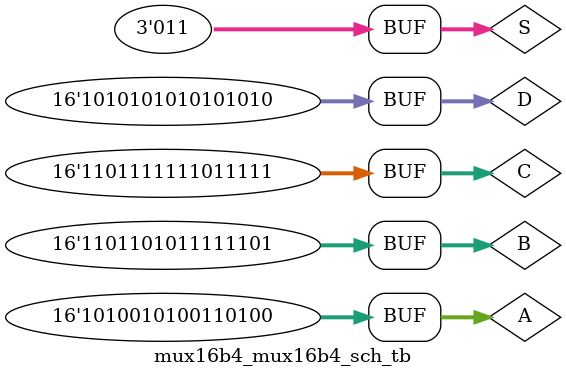
<source format=v>

`timescale 1ns / 1ps

module mux16b4_mux16b4_sch_tb();

// Inputs
   reg [15:0] A;
   reg [15:0] B;
   reg [15:0] C;
   reg [15:0] D;
   reg [2:0] S;

// Output
   wire [15:0] O;

// Bidirs

// Instantiate the UUT
   mux16b4 UUT (
		.A(A), 
		.B(B), 
		.C(C), 
		.D(D), 
		.O(O), 
		.S(S)
   );
// Initialize Inputs

       initial begin
		A = 0;
		B = 0;
		C = 0;
		D = 0;
		S = 0;

	
	#100;
	
	//Test A


	A='hA534;
	B='hDAFD;
	C='hDFDF;
	D='hAAAA;
	S=00;
	
	#40;
	
	if(O == 'hA534)
		$display("test A passes");
	else
		$display("test A fails");
	
//---------------------


	#100;
	
	//Test B


	A='hA534;
	B='hDAFD;
	C='hDFDF;
	D='hAAAA;
	S=01;
	
	#40;
	
	if(O == 'hDAFD)
		$display("test B passes");
	else
		$display("test B fails");
	
//---------------------


	#100;
	
	//Test C


	A='hA534;
	B='hDAFD;
	C='hDFDF;
	D='hAAAA;
	S=02;
	
	#40;
	
	if(O == 'hDFDF)
		$display("test C passes");
	else
		$display("test C fails");
	
//---------------------


	#100;
	
	//Test D


	A='hA534;
	B='hDAFD;
	C='hDFDF;
	D='hAAAA;
	S=3;
	
	#40;
	
	if(O == 'hAAAA)
		$display("test D passes");
	else
		$display("test D fails");
	
//---------------------


	
	
	end

	
	
endmodule

</source>
